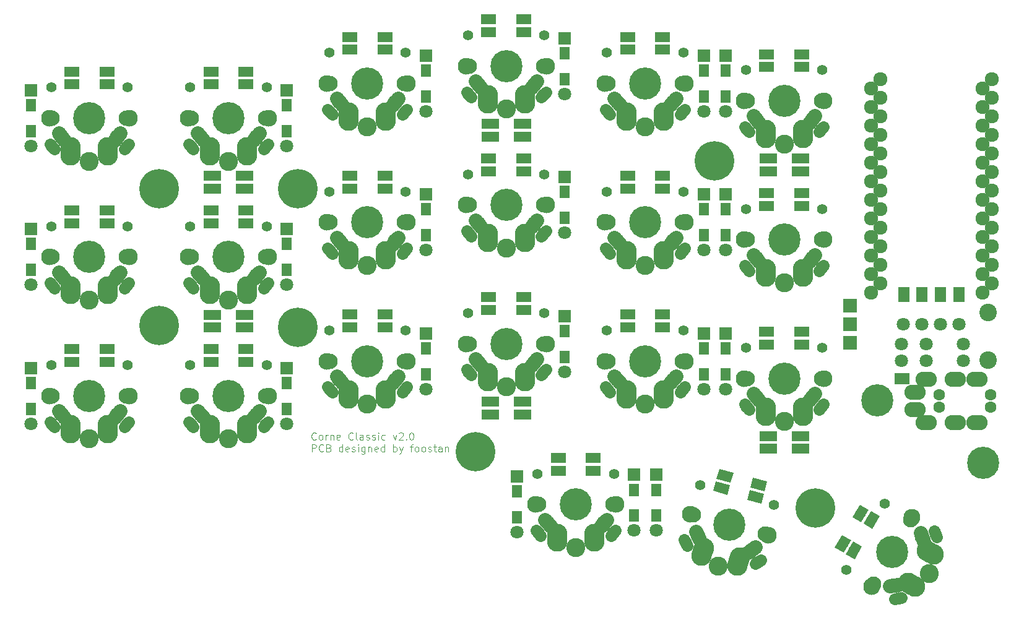
<source format=gbr>
G04 #@! TF.GenerationSoftware,KiCad,Pcbnew,(5.1.4)-1*
G04 #@! TF.CreationDate,2023-05-14T15:43:17-04:00*
G04 #@! TF.ProjectId,corne-classic,636f726e-652d-4636-9c61-737369632e6b,1.1*
G04 #@! TF.SameCoordinates,Original*
G04 #@! TF.FileFunction,Soldermask,Top*
G04 #@! TF.FilePolarity,Negative*
%FSLAX46Y46*%
G04 Gerber Fmt 4.6, Leading zero omitted, Abs format (unit mm)*
G04 Created by KiCad (PCBNEW (5.1.4)-1) date 2023-05-14 15:43:17*
%MOMM*%
%LPD*%
G04 APERTURE LIST*
%ADD10C,0.125000*%
%ADD11C,1.797000*%
%ADD12O,2.900000X2.100000*%
%ADD13C,1.600000*%
%ADD14R,1.035000X1.543000*%
%ADD15R,0.781000X0.781000*%
%ADD16R,2.400000X1.400000*%
%ADD17C,1.650000*%
%ADD18C,1.650000*%
%ADD19C,4.400000*%
%ADD20C,2.300000*%
%ADD21C,2.600000*%
%ADD22C,2.800000*%
%ADD23C,1.950000*%
%ADD24C,1.950000*%
%ADD25C,2.100000*%
%ADD26C,1.400000*%
%ADD27C,1.924000*%
%ADD28R,2.000000X1.400000*%
%ADD29C,0.100000*%
%ADD30R,1.350000X1.700000*%
%ADD31R,1.797000X1.797000*%
%ADD32R,1.543000X1.035000*%
%ADD33R,1.924000X1.924000*%
%ADD34C,5.400000*%
%ADD35C,2.400000*%
G04 APERTURE END LIST*
D10*
X100990773Y-121044642D02*
X100943154Y-121092261D01*
X100800297Y-121139880D01*
X100705059Y-121139880D01*
X100562202Y-121092261D01*
X100466964Y-120997023D01*
X100419345Y-120901785D01*
X100371726Y-120711309D01*
X100371726Y-120568452D01*
X100419345Y-120377976D01*
X100466964Y-120282738D01*
X100562202Y-120187500D01*
X100705059Y-120139880D01*
X100800297Y-120139880D01*
X100943154Y-120187500D01*
X100990773Y-120235119D01*
X101562202Y-121139880D02*
X101466964Y-121092261D01*
X101419345Y-121044642D01*
X101371726Y-120949404D01*
X101371726Y-120663690D01*
X101419345Y-120568452D01*
X101466964Y-120520833D01*
X101562202Y-120473214D01*
X101705059Y-120473214D01*
X101800297Y-120520833D01*
X101847916Y-120568452D01*
X101895535Y-120663690D01*
X101895535Y-120949404D01*
X101847916Y-121044642D01*
X101800297Y-121092261D01*
X101705059Y-121139880D01*
X101562202Y-121139880D01*
X102324107Y-121139880D02*
X102324107Y-120473214D01*
X102324107Y-120663690D02*
X102371726Y-120568452D01*
X102419345Y-120520833D01*
X102514583Y-120473214D01*
X102609821Y-120473214D01*
X102943154Y-120473214D02*
X102943154Y-121139880D01*
X102943154Y-120568452D02*
X102990773Y-120520833D01*
X103086011Y-120473214D01*
X103228869Y-120473214D01*
X103324107Y-120520833D01*
X103371726Y-120616071D01*
X103371726Y-121139880D01*
X104228869Y-121092261D02*
X104133630Y-121139880D01*
X103943154Y-121139880D01*
X103847916Y-121092261D01*
X103800297Y-120997023D01*
X103800297Y-120616071D01*
X103847916Y-120520833D01*
X103943154Y-120473214D01*
X104133630Y-120473214D01*
X104228869Y-120520833D01*
X104276488Y-120616071D01*
X104276488Y-120711309D01*
X103800297Y-120806547D01*
X106038392Y-121044642D02*
X105990773Y-121092261D01*
X105847916Y-121139880D01*
X105752678Y-121139880D01*
X105609821Y-121092261D01*
X105514583Y-120997023D01*
X105466964Y-120901785D01*
X105419345Y-120711309D01*
X105419345Y-120568452D01*
X105466964Y-120377976D01*
X105514583Y-120282738D01*
X105609821Y-120187500D01*
X105752678Y-120139880D01*
X105847916Y-120139880D01*
X105990773Y-120187500D01*
X106038392Y-120235119D01*
X106609821Y-121139880D02*
X106514583Y-121092261D01*
X106466964Y-120997023D01*
X106466964Y-120139880D01*
X107419345Y-121139880D02*
X107419345Y-120616071D01*
X107371726Y-120520833D01*
X107276488Y-120473214D01*
X107086011Y-120473214D01*
X106990773Y-120520833D01*
X107419345Y-121092261D02*
X107324107Y-121139880D01*
X107086011Y-121139880D01*
X106990773Y-121092261D01*
X106943154Y-120997023D01*
X106943154Y-120901785D01*
X106990773Y-120806547D01*
X107086011Y-120758928D01*
X107324107Y-120758928D01*
X107419345Y-120711309D01*
X107847916Y-121092261D02*
X107943154Y-121139880D01*
X108133630Y-121139880D01*
X108228869Y-121092261D01*
X108276488Y-120997023D01*
X108276488Y-120949404D01*
X108228869Y-120854166D01*
X108133630Y-120806547D01*
X107990773Y-120806547D01*
X107895535Y-120758928D01*
X107847916Y-120663690D01*
X107847916Y-120616071D01*
X107895535Y-120520833D01*
X107990773Y-120473214D01*
X108133630Y-120473214D01*
X108228869Y-120520833D01*
X108657440Y-121092261D02*
X108752678Y-121139880D01*
X108943154Y-121139880D01*
X109038392Y-121092261D01*
X109086011Y-120997023D01*
X109086011Y-120949404D01*
X109038392Y-120854166D01*
X108943154Y-120806547D01*
X108800297Y-120806547D01*
X108705059Y-120758928D01*
X108657440Y-120663690D01*
X108657440Y-120616071D01*
X108705059Y-120520833D01*
X108800297Y-120473214D01*
X108943154Y-120473214D01*
X109038392Y-120520833D01*
X109514583Y-121139880D02*
X109514583Y-120473214D01*
X109514583Y-120139880D02*
X109466964Y-120187500D01*
X109514583Y-120235119D01*
X109562202Y-120187500D01*
X109514583Y-120139880D01*
X109514583Y-120235119D01*
X110419345Y-121092261D02*
X110324107Y-121139880D01*
X110133630Y-121139880D01*
X110038392Y-121092261D01*
X109990773Y-121044642D01*
X109943154Y-120949404D01*
X109943154Y-120663690D01*
X109990773Y-120568452D01*
X110038392Y-120520833D01*
X110133630Y-120473214D01*
X110324107Y-120473214D01*
X110419345Y-120520833D01*
X111514583Y-120473214D02*
X111752678Y-121139880D01*
X111990773Y-120473214D01*
X112324107Y-120235119D02*
X112371726Y-120187500D01*
X112466964Y-120139880D01*
X112705059Y-120139880D01*
X112800297Y-120187500D01*
X112847916Y-120235119D01*
X112895535Y-120330357D01*
X112895535Y-120425595D01*
X112847916Y-120568452D01*
X112276488Y-121139880D01*
X112895535Y-121139880D01*
X113324107Y-121044642D02*
X113371726Y-121092261D01*
X113324107Y-121139880D01*
X113276488Y-121092261D01*
X113324107Y-121044642D01*
X113324107Y-121139880D01*
X113990773Y-120139880D02*
X114086011Y-120139880D01*
X114181250Y-120187500D01*
X114228869Y-120235119D01*
X114276488Y-120330357D01*
X114324107Y-120520833D01*
X114324107Y-120758928D01*
X114276488Y-120949404D01*
X114228869Y-121044642D01*
X114181250Y-121092261D01*
X114086011Y-121139880D01*
X113990773Y-121139880D01*
X113895535Y-121092261D01*
X113847916Y-121044642D01*
X113800297Y-120949404D01*
X113752678Y-120758928D01*
X113752678Y-120520833D01*
X113800297Y-120330357D01*
X113847916Y-120235119D01*
X113895535Y-120187500D01*
X113990773Y-120139880D01*
X100419345Y-122764880D02*
X100419345Y-121764880D01*
X100800297Y-121764880D01*
X100895535Y-121812500D01*
X100943154Y-121860119D01*
X100990773Y-121955357D01*
X100990773Y-122098214D01*
X100943154Y-122193452D01*
X100895535Y-122241071D01*
X100800297Y-122288690D01*
X100419345Y-122288690D01*
X101990773Y-122669642D02*
X101943154Y-122717261D01*
X101800297Y-122764880D01*
X101705059Y-122764880D01*
X101562202Y-122717261D01*
X101466964Y-122622023D01*
X101419345Y-122526785D01*
X101371726Y-122336309D01*
X101371726Y-122193452D01*
X101419345Y-122002976D01*
X101466964Y-121907738D01*
X101562202Y-121812500D01*
X101705059Y-121764880D01*
X101800297Y-121764880D01*
X101943154Y-121812500D01*
X101990773Y-121860119D01*
X102752678Y-122241071D02*
X102895535Y-122288690D01*
X102943154Y-122336309D01*
X102990773Y-122431547D01*
X102990773Y-122574404D01*
X102943154Y-122669642D01*
X102895535Y-122717261D01*
X102800297Y-122764880D01*
X102419345Y-122764880D01*
X102419345Y-121764880D01*
X102752678Y-121764880D01*
X102847916Y-121812500D01*
X102895535Y-121860119D01*
X102943154Y-121955357D01*
X102943154Y-122050595D01*
X102895535Y-122145833D01*
X102847916Y-122193452D01*
X102752678Y-122241071D01*
X102419345Y-122241071D01*
X104609821Y-122764880D02*
X104609821Y-121764880D01*
X104609821Y-122717261D02*
X104514583Y-122764880D01*
X104324107Y-122764880D01*
X104228869Y-122717261D01*
X104181250Y-122669642D01*
X104133630Y-122574404D01*
X104133630Y-122288690D01*
X104181250Y-122193452D01*
X104228869Y-122145833D01*
X104324107Y-122098214D01*
X104514583Y-122098214D01*
X104609821Y-122145833D01*
X105466964Y-122717261D02*
X105371726Y-122764880D01*
X105181250Y-122764880D01*
X105086011Y-122717261D01*
X105038392Y-122622023D01*
X105038392Y-122241071D01*
X105086011Y-122145833D01*
X105181250Y-122098214D01*
X105371726Y-122098214D01*
X105466964Y-122145833D01*
X105514583Y-122241071D01*
X105514583Y-122336309D01*
X105038392Y-122431547D01*
X105895535Y-122717261D02*
X105990773Y-122764880D01*
X106181250Y-122764880D01*
X106276488Y-122717261D01*
X106324107Y-122622023D01*
X106324107Y-122574404D01*
X106276488Y-122479166D01*
X106181250Y-122431547D01*
X106038392Y-122431547D01*
X105943154Y-122383928D01*
X105895535Y-122288690D01*
X105895535Y-122241071D01*
X105943154Y-122145833D01*
X106038392Y-122098214D01*
X106181250Y-122098214D01*
X106276488Y-122145833D01*
X106752678Y-122764880D02*
X106752678Y-122098214D01*
X106752678Y-121764880D02*
X106705059Y-121812500D01*
X106752678Y-121860119D01*
X106800297Y-121812500D01*
X106752678Y-121764880D01*
X106752678Y-121860119D01*
X107657440Y-122098214D02*
X107657440Y-122907738D01*
X107609821Y-123002976D01*
X107562202Y-123050595D01*
X107466964Y-123098214D01*
X107324107Y-123098214D01*
X107228869Y-123050595D01*
X107657440Y-122717261D02*
X107562202Y-122764880D01*
X107371726Y-122764880D01*
X107276488Y-122717261D01*
X107228869Y-122669642D01*
X107181250Y-122574404D01*
X107181250Y-122288690D01*
X107228869Y-122193452D01*
X107276488Y-122145833D01*
X107371726Y-122098214D01*
X107562202Y-122098214D01*
X107657440Y-122145833D01*
X108133630Y-122098214D02*
X108133630Y-122764880D01*
X108133630Y-122193452D02*
X108181250Y-122145833D01*
X108276488Y-122098214D01*
X108419345Y-122098214D01*
X108514583Y-122145833D01*
X108562202Y-122241071D01*
X108562202Y-122764880D01*
X109419345Y-122717261D02*
X109324107Y-122764880D01*
X109133630Y-122764880D01*
X109038392Y-122717261D01*
X108990773Y-122622023D01*
X108990773Y-122241071D01*
X109038392Y-122145833D01*
X109133630Y-122098214D01*
X109324107Y-122098214D01*
X109419345Y-122145833D01*
X109466964Y-122241071D01*
X109466964Y-122336309D01*
X108990773Y-122431547D01*
X110324107Y-122764880D02*
X110324107Y-121764880D01*
X110324107Y-122717261D02*
X110228869Y-122764880D01*
X110038392Y-122764880D01*
X109943154Y-122717261D01*
X109895535Y-122669642D01*
X109847916Y-122574404D01*
X109847916Y-122288690D01*
X109895535Y-122193452D01*
X109943154Y-122145833D01*
X110038392Y-122098214D01*
X110228869Y-122098214D01*
X110324107Y-122145833D01*
X111562202Y-122764880D02*
X111562202Y-121764880D01*
X111562202Y-122145833D02*
X111657440Y-122098214D01*
X111847916Y-122098214D01*
X111943154Y-122145833D01*
X111990773Y-122193452D01*
X112038392Y-122288690D01*
X112038392Y-122574404D01*
X111990773Y-122669642D01*
X111943154Y-122717261D01*
X111847916Y-122764880D01*
X111657440Y-122764880D01*
X111562202Y-122717261D01*
X112371726Y-122098214D02*
X112609821Y-122764880D01*
X112847916Y-122098214D02*
X112609821Y-122764880D01*
X112514583Y-123002976D01*
X112466964Y-123050595D01*
X112371726Y-123098214D01*
X113847916Y-122098214D02*
X114228869Y-122098214D01*
X113990773Y-122764880D02*
X113990773Y-121907738D01*
X114038392Y-121812500D01*
X114133630Y-121764880D01*
X114228869Y-121764880D01*
X114705059Y-122764880D02*
X114609821Y-122717261D01*
X114562202Y-122669642D01*
X114514583Y-122574404D01*
X114514583Y-122288690D01*
X114562202Y-122193452D01*
X114609821Y-122145833D01*
X114705059Y-122098214D01*
X114847916Y-122098214D01*
X114943154Y-122145833D01*
X114990773Y-122193452D01*
X115038392Y-122288690D01*
X115038392Y-122574404D01*
X114990773Y-122669642D01*
X114943154Y-122717261D01*
X114847916Y-122764880D01*
X114705059Y-122764880D01*
X115609821Y-122764880D02*
X115514583Y-122717261D01*
X115466964Y-122669642D01*
X115419345Y-122574404D01*
X115419345Y-122288690D01*
X115466964Y-122193452D01*
X115514583Y-122145833D01*
X115609821Y-122098214D01*
X115752678Y-122098214D01*
X115847916Y-122145833D01*
X115895535Y-122193452D01*
X115943154Y-122288690D01*
X115943154Y-122574404D01*
X115895535Y-122669642D01*
X115847916Y-122717261D01*
X115752678Y-122764880D01*
X115609821Y-122764880D01*
X116324107Y-122717261D02*
X116419345Y-122764880D01*
X116609821Y-122764880D01*
X116705059Y-122717261D01*
X116752678Y-122622023D01*
X116752678Y-122574404D01*
X116705059Y-122479166D01*
X116609821Y-122431547D01*
X116466964Y-122431547D01*
X116371726Y-122383928D01*
X116324107Y-122288690D01*
X116324107Y-122241071D01*
X116371726Y-122145833D01*
X116466964Y-122098214D01*
X116609821Y-122098214D01*
X116705059Y-122145833D01*
X117038392Y-122098214D02*
X117419345Y-122098214D01*
X117181250Y-121764880D02*
X117181250Y-122622023D01*
X117228869Y-122717261D01*
X117324107Y-122764880D01*
X117419345Y-122764880D01*
X118181250Y-122764880D02*
X118181250Y-122241071D01*
X118133630Y-122145833D01*
X118038392Y-122098214D01*
X117847916Y-122098214D01*
X117752678Y-122145833D01*
X118181250Y-122717261D02*
X118086011Y-122764880D01*
X117847916Y-122764880D01*
X117752678Y-122717261D01*
X117705059Y-122622023D01*
X117705059Y-122526785D01*
X117752678Y-122431547D01*
X117847916Y-122383928D01*
X118086011Y-122383928D01*
X118181250Y-122336309D01*
X118657440Y-122098214D02*
X118657440Y-122764880D01*
X118657440Y-122193452D02*
X118705059Y-122145833D01*
X118800297Y-122098214D01*
X118943154Y-122098214D01*
X119038392Y-122145833D01*
X119086011Y-122241071D01*
X119086011Y-122764880D01*
D11*
X188920000Y-105300000D03*
X186380000Y-105300000D03*
X183840000Y-105300000D03*
X181300000Y-105300000D03*
D12*
X182900000Y-114600000D03*
X184400000Y-118800000D03*
X188400000Y-118800000D03*
X191400000Y-118800000D03*
D13*
X186200000Y-116700000D03*
X193200000Y-116700000D03*
D12*
X188400000Y-112850000D03*
X191400000Y-112850000D03*
X182900000Y-117050000D03*
X184400000Y-112850000D03*
D13*
X193200000Y-114950000D03*
X186200000Y-114950000D03*
D14*
X180599620Y-112800000D03*
X181600380Y-112800000D03*
D15*
X181100000Y-112800000D03*
D16*
X162800000Y-122375000D03*
X162800000Y-120625000D03*
X167200000Y-122375000D03*
X167200000Y-120625000D03*
X167200000Y-82625000D03*
X167200000Y-84375000D03*
X162800000Y-82625000D03*
X162800000Y-84375000D03*
X129200000Y-77925000D03*
X129200000Y-79675000D03*
X124800000Y-77925000D03*
X124800000Y-79675000D03*
X91200000Y-85025000D03*
X91200000Y-86775000D03*
X86800000Y-85025000D03*
X86800000Y-86775000D03*
X86800000Y-105775000D03*
X86800000Y-104025000D03*
X91200000Y-105775000D03*
X91200000Y-104025000D03*
X124800000Y-117675000D03*
X124800000Y-115925000D03*
X129200000Y-117675000D03*
X129200000Y-115925000D03*
D17*
X180577499Y-142866730D03*
D18*
X181045283Y-142784247D02*
X180109715Y-142949213D01*
D19*
X179750000Y-136500000D03*
D20*
X182500000Y-131736860D03*
X177000000Y-141263140D03*
D17*
X185677499Y-134033270D03*
D18*
X185515039Y-133586916D02*
X185839959Y-134479624D01*
D21*
X184859550Y-139450000D03*
D22*
X182879409Y-141239705D03*
D23*
X183854705Y-134470443D03*
D24*
X183640942Y-133883135D02*
X184068468Y-135057751D01*
D22*
X185419409Y-136840295D03*
D23*
X180044705Y-141069557D03*
D24*
X180660210Y-140961027D02*
X179429200Y-141178087D01*
D22*
X182377114Y-140949705D03*
X181944102Y-140699705D03*
X184484102Y-136300295D03*
X184917113Y-136550295D03*
D25*
X177210000Y-140899409D03*
X182290000Y-132100591D03*
D26*
X173502693Y-138920653D03*
X178722693Y-129879347D03*
D27*
X192100000Y-73042000D03*
X192100000Y-75582000D03*
X192100000Y-78122000D03*
X192100000Y-80662000D03*
X192100000Y-83202000D03*
X192100000Y-85742000D03*
X192100000Y-88282000D03*
X192100000Y-90822000D03*
X192100000Y-93362000D03*
X192100000Y-95902000D03*
X192100000Y-98442000D03*
X192100000Y-100982000D03*
X176860000Y-100982000D03*
X176860000Y-98442000D03*
X176860000Y-95902000D03*
X176860000Y-93362000D03*
X176860000Y-90822000D03*
X176860000Y-88282000D03*
X176860000Y-85742000D03*
X176860000Y-83202000D03*
X176860000Y-80662000D03*
X176860000Y-78122000D03*
X176860000Y-75582000D03*
X176860000Y-73042000D03*
X193406400Y-71772000D03*
X193406400Y-74312000D03*
X193406400Y-76852000D03*
X193406400Y-79392000D03*
X193406400Y-81932000D03*
X193406400Y-84472000D03*
X193406400Y-87012000D03*
X193406400Y-89552000D03*
X193406400Y-92092000D03*
X193406400Y-94632000D03*
X193406400Y-97172000D03*
X193406400Y-99712000D03*
X178186400Y-99712000D03*
X178186400Y-97172000D03*
X178186400Y-94632000D03*
X178186400Y-92092000D03*
X178186400Y-89552000D03*
X178186400Y-87012000D03*
X178186400Y-84472000D03*
X178186400Y-81932000D03*
X178186400Y-79392000D03*
X178186400Y-76852000D03*
X178186400Y-74312000D03*
X178186400Y-71772000D03*
D28*
X67600000Y-70750000D03*
X67600000Y-72500000D03*
X72400000Y-70750000D03*
X72400000Y-72500000D03*
X86600000Y-70750000D03*
X86600000Y-72500000D03*
X91400000Y-70750000D03*
X91400000Y-72500000D03*
X105600000Y-66000000D03*
X105600000Y-67750000D03*
X110400000Y-66000000D03*
X110400000Y-67750000D03*
X124600000Y-63625000D03*
X124600000Y-65375000D03*
X129400000Y-63625000D03*
X129400000Y-65375000D03*
X143600000Y-66000000D03*
X143600000Y-67750000D03*
X148400000Y-66000000D03*
X148400000Y-67750000D03*
X162600000Y-68375000D03*
X162600000Y-70125000D03*
X167400000Y-68375000D03*
X167400000Y-70125000D03*
X67600000Y-89750000D03*
X67600000Y-91500000D03*
X72400000Y-89750000D03*
X72400000Y-91500000D03*
X86600000Y-89750000D03*
X86600000Y-91500000D03*
X91400000Y-89750000D03*
X91400000Y-91500000D03*
X105600000Y-85000000D03*
X105600000Y-86750000D03*
X110400000Y-85000000D03*
X110400000Y-86750000D03*
X124600000Y-82625000D03*
X124600000Y-84375000D03*
X129400000Y-82625000D03*
X129400000Y-84375000D03*
X143600000Y-85000000D03*
X143600000Y-86750000D03*
X148400000Y-85000000D03*
X148400000Y-86750000D03*
X162600000Y-87375000D03*
X162600000Y-89125000D03*
X167400000Y-87375000D03*
X167400000Y-89125000D03*
X67600000Y-108750000D03*
X67600000Y-110500000D03*
X72400000Y-108750000D03*
X72400000Y-110500000D03*
X86600000Y-108750000D03*
X86600000Y-110500000D03*
X91400000Y-108750000D03*
X91400000Y-110500000D03*
X105600000Y-104000000D03*
X105600000Y-105750000D03*
X110400000Y-104000000D03*
X110400000Y-105750000D03*
X124600000Y-101625000D03*
X124600000Y-103375000D03*
X129400000Y-101625000D03*
X129400000Y-103375000D03*
X143600000Y-104000000D03*
X143600000Y-105750000D03*
X148400000Y-104000000D03*
X148400000Y-105750000D03*
X162600000Y-106375000D03*
X162600000Y-108125000D03*
X167400000Y-106375000D03*
X167400000Y-108125000D03*
X134100000Y-123625000D03*
X134100000Y-125375000D03*
X138900000Y-123625000D03*
X138900000Y-125375000D03*
D26*
X156908245Y-126033649D03*
D29*
G36*
X155761146Y-126450978D02*
G01*
X156123493Y-125098682D01*
X158055344Y-125616320D01*
X157692997Y-126968616D01*
X155761146Y-126450978D01*
X155761146Y-126450978D01*
G37*
D26*
X156455311Y-127724019D03*
D29*
G36*
X155308212Y-128141348D02*
G01*
X155670559Y-126789052D01*
X157602410Y-127306690D01*
X157240063Y-128658986D01*
X155308212Y-128141348D01*
X155308212Y-128141348D01*
G37*
D26*
X161544689Y-127275981D03*
D29*
G36*
X160397590Y-127693310D02*
G01*
X160759937Y-126341014D01*
X162691788Y-126858652D01*
X162329441Y-128210948D01*
X160397590Y-127693310D01*
X160397590Y-127693310D01*
G37*
D26*
X161091755Y-128966351D03*
D29*
G36*
X159944656Y-129383680D02*
G01*
X160307003Y-128031384D01*
X162238854Y-128549022D01*
X161876507Y-129901318D01*
X159944656Y-129383680D01*
X159944656Y-129383680D01*
G37*
D26*
X176957772Y-132109039D03*
D29*
G36*
X176851554Y-130893014D02*
G01*
X178063990Y-131593014D01*
X177063990Y-133325064D01*
X175851554Y-132625064D01*
X176851554Y-130893014D01*
X176851554Y-130893014D01*
G37*
D26*
X175442228Y-131234039D03*
D29*
G36*
X175336010Y-130018014D02*
G01*
X176548446Y-130718014D01*
X175548446Y-132450064D01*
X174336010Y-131750064D01*
X175336010Y-130018014D01*
X175336010Y-130018014D01*
G37*
D26*
X174557772Y-136265961D03*
D29*
G36*
X174451554Y-135049936D02*
G01*
X175663990Y-135749936D01*
X174663990Y-137481986D01*
X173451554Y-136781986D01*
X174451554Y-135049936D01*
X174451554Y-135049936D01*
G37*
D26*
X173042228Y-135390961D03*
D29*
G36*
X172936010Y-134174936D02*
G01*
X174148446Y-134874936D01*
X173148446Y-136606986D01*
X171936010Y-135906986D01*
X172936010Y-134174936D01*
X172936010Y-134174936D01*
G37*
D30*
X62000000Y-78900000D03*
D11*
X62000000Y-80935000D03*
D31*
X62000000Y-73315000D03*
D30*
X62000000Y-75350000D03*
X97000000Y-78900000D03*
D11*
X97000000Y-80935000D03*
D31*
X97000000Y-73315000D03*
D30*
X97000000Y-75350000D03*
X116000000Y-74150000D03*
D11*
X116000000Y-76185000D03*
D31*
X116000000Y-68565000D03*
D30*
X116000000Y-70600000D03*
X135000000Y-71775000D03*
D11*
X135000000Y-73810000D03*
D31*
X135000000Y-66190000D03*
D30*
X135000000Y-68225000D03*
X154000000Y-74150000D03*
D11*
X154000000Y-76185000D03*
D31*
X154000000Y-68565000D03*
D30*
X154000000Y-70600000D03*
X157000000Y-74150000D03*
D11*
X157000000Y-76185000D03*
D31*
X157000000Y-68565000D03*
D30*
X157000000Y-70600000D03*
X62000000Y-97900000D03*
D11*
X62000000Y-99935000D03*
D31*
X62000000Y-92315000D03*
D30*
X62000000Y-94350000D03*
X97000000Y-97900000D03*
D11*
X97000000Y-99935000D03*
D31*
X97000000Y-92315000D03*
D30*
X97000000Y-94350000D03*
X116000000Y-93150000D03*
D11*
X116000000Y-95185000D03*
D31*
X116000000Y-87565000D03*
D30*
X116000000Y-89600000D03*
X135000000Y-90775000D03*
D11*
X135000000Y-92810000D03*
D31*
X135000000Y-85190000D03*
D30*
X135000000Y-87225000D03*
X154000000Y-93150000D03*
D11*
X154000000Y-95185000D03*
D31*
X154000000Y-87565000D03*
D30*
X154000000Y-89600000D03*
X157000000Y-93150000D03*
D11*
X157000000Y-95185000D03*
D31*
X157000000Y-87565000D03*
D30*
X157000000Y-89600000D03*
X62000000Y-116900000D03*
D11*
X62000000Y-118935000D03*
D31*
X62000000Y-111315000D03*
D30*
X62000000Y-113350000D03*
X97000000Y-116900000D03*
D11*
X97000000Y-118935000D03*
D31*
X97000000Y-111315000D03*
D30*
X97000000Y-113350000D03*
X116000000Y-112150000D03*
D11*
X116000000Y-114185000D03*
D31*
X116000000Y-106565000D03*
D30*
X116000000Y-108600000D03*
X135000000Y-109775000D03*
D11*
X135000000Y-111810000D03*
D31*
X135000000Y-104190000D03*
D30*
X135000000Y-106225000D03*
X157000000Y-112150000D03*
D11*
X157000000Y-114185000D03*
D31*
X157000000Y-106565000D03*
D30*
X157000000Y-108600000D03*
X128500000Y-131775000D03*
D11*
X128500000Y-133810000D03*
D31*
X128500000Y-126190000D03*
D30*
X128500000Y-128225000D03*
X144500000Y-131525000D03*
D11*
X144500000Y-133560000D03*
D31*
X144500000Y-125940000D03*
D30*
X144500000Y-127975000D03*
X147500000Y-131525000D03*
D11*
X147500000Y-133560000D03*
D31*
X147500000Y-125940000D03*
D30*
X147500000Y-127975000D03*
X154000000Y-112150000D03*
D11*
X154000000Y-114185000D03*
D31*
X154000000Y-106565000D03*
D30*
X154000000Y-108600000D03*
D26*
X75220000Y-72925000D03*
X64780000Y-72925000D03*
D25*
X75080000Y-77125000D03*
X64920000Y-77125000D03*
D22*
X72540000Y-81625000D03*
X72540000Y-81125000D03*
X67460000Y-81125000D03*
X67460000Y-81625000D03*
D23*
X66190000Y-79665000D03*
D24*
X66591742Y-80143778D02*
X65788258Y-79186222D01*
D22*
X72540000Y-82205000D03*
D23*
X73810000Y-79665000D03*
D24*
X74211742Y-79186222D02*
X73408258Y-80143778D01*
D22*
X67460000Y-82205000D03*
D21*
X70000000Y-83025000D03*
D17*
X75100000Y-81025000D03*
D18*
X75405324Y-80661129D02*
X74794676Y-81388871D01*
D20*
X64500000Y-77125000D03*
X75500000Y-77125000D03*
D19*
X70000000Y-77125000D03*
D17*
X64900000Y-81025000D03*
D18*
X65205324Y-81388871D02*
X64594676Y-80661129D01*
D26*
X94220000Y-72925000D03*
X83780000Y-72925000D03*
D25*
X94080000Y-77125000D03*
X83920000Y-77125000D03*
D22*
X91540000Y-81625000D03*
X91540000Y-81125000D03*
X86460000Y-81125000D03*
X86460000Y-81625000D03*
D23*
X85190000Y-79665000D03*
D24*
X85591742Y-80143778D02*
X84788258Y-79186222D01*
D22*
X91540000Y-82205000D03*
D23*
X92810000Y-79665000D03*
D24*
X93211742Y-79186222D02*
X92408258Y-80143778D01*
D22*
X86460000Y-82205000D03*
D21*
X89000000Y-83025000D03*
D17*
X94100000Y-81025000D03*
D18*
X94405324Y-80661129D02*
X93794676Y-81388871D01*
D20*
X83500000Y-77125000D03*
X94500000Y-77125000D03*
D19*
X89000000Y-77125000D03*
D17*
X83900000Y-81025000D03*
D18*
X84205324Y-81388871D02*
X83594676Y-80661129D01*
D26*
X113220000Y-68175000D03*
X102780000Y-68175000D03*
D25*
X113080000Y-72375000D03*
X102920000Y-72375000D03*
D22*
X110540000Y-76875000D03*
X110540000Y-76375000D03*
X105460000Y-76375000D03*
X105460000Y-76875000D03*
D23*
X104190000Y-74915000D03*
D24*
X104591742Y-75393778D02*
X103788258Y-74436222D01*
D22*
X110540000Y-77455000D03*
D23*
X111810000Y-74915000D03*
D24*
X112211742Y-74436222D02*
X111408258Y-75393778D01*
D22*
X105460000Y-77455000D03*
D21*
X108000000Y-78275000D03*
D17*
X113100000Y-76275000D03*
D18*
X113405324Y-75911129D02*
X112794676Y-76638871D01*
D20*
X102500000Y-72375000D03*
X113500000Y-72375000D03*
D19*
X108000000Y-72375000D03*
D17*
X102900000Y-76275000D03*
D18*
X103205324Y-76638871D02*
X102594676Y-75911129D01*
D26*
X132220000Y-65800000D03*
X121780000Y-65800000D03*
D25*
X132080000Y-70000000D03*
X121920000Y-70000000D03*
D22*
X129540000Y-74500000D03*
X129540000Y-74000000D03*
X124460000Y-74000000D03*
X124460000Y-74500000D03*
D23*
X123190000Y-72540000D03*
D24*
X123591742Y-73018778D02*
X122788258Y-72061222D01*
D22*
X129540000Y-75080000D03*
D23*
X130810000Y-72540000D03*
D24*
X131211742Y-72061222D02*
X130408258Y-73018778D01*
D22*
X124460000Y-75080000D03*
D21*
X127000000Y-75900000D03*
D17*
X132100000Y-73900000D03*
D18*
X132405324Y-73536129D02*
X131794676Y-74263871D01*
D20*
X121500000Y-70000000D03*
X132500000Y-70000000D03*
D19*
X127000000Y-70000000D03*
D17*
X121900000Y-73900000D03*
D18*
X122205324Y-74263871D02*
X121594676Y-73536129D01*
D26*
X151220000Y-68175000D03*
X140780000Y-68175000D03*
D25*
X151080000Y-72375000D03*
X140920000Y-72375000D03*
D22*
X148540000Y-76875000D03*
X148540000Y-76375000D03*
X143460000Y-76375000D03*
X143460000Y-76875000D03*
D23*
X142190000Y-74915000D03*
D24*
X142591742Y-75393778D02*
X141788258Y-74436222D01*
D22*
X148540000Y-77455000D03*
D23*
X149810000Y-74915000D03*
D24*
X150211742Y-74436222D02*
X149408258Y-75393778D01*
D22*
X143460000Y-77455000D03*
D21*
X146000000Y-78275000D03*
D17*
X151100000Y-76275000D03*
D18*
X151405324Y-75911129D02*
X150794676Y-76638871D01*
D20*
X140500000Y-72375000D03*
X151500000Y-72375000D03*
D19*
X146000000Y-72375000D03*
D17*
X140900000Y-76275000D03*
D18*
X141205324Y-76638871D02*
X140594676Y-75911129D01*
D26*
X170220000Y-70550000D03*
X159780000Y-70550000D03*
D25*
X170080000Y-74750000D03*
X159920000Y-74750000D03*
D22*
X167540000Y-79250000D03*
X167540000Y-78750000D03*
X162460000Y-78750000D03*
X162460000Y-79250000D03*
D23*
X161190000Y-77290000D03*
D24*
X161591742Y-77768778D02*
X160788258Y-76811222D01*
D22*
X167540000Y-79830000D03*
D23*
X168810000Y-77290000D03*
D24*
X169211742Y-76811222D02*
X168408258Y-77768778D01*
D22*
X162460000Y-79830000D03*
D21*
X165000000Y-80650000D03*
D17*
X170100000Y-78650000D03*
D18*
X170405324Y-78286129D02*
X169794676Y-79013871D01*
D20*
X159500000Y-74750000D03*
X170500000Y-74750000D03*
D19*
X165000000Y-74750000D03*
D17*
X159900000Y-78650000D03*
D18*
X160205324Y-79013871D02*
X159594676Y-78286129D01*
D26*
X75220000Y-91925000D03*
X64780000Y-91925000D03*
D25*
X75080000Y-96125000D03*
X64920000Y-96125000D03*
D22*
X72540000Y-100625000D03*
X72540000Y-100125000D03*
X67460000Y-100125000D03*
X67460000Y-100625000D03*
D23*
X66190000Y-98665000D03*
D24*
X66591742Y-99143778D02*
X65788258Y-98186222D01*
D22*
X72540000Y-101205000D03*
D23*
X73810000Y-98665000D03*
D24*
X74211742Y-98186222D02*
X73408258Y-99143778D01*
D22*
X67460000Y-101205000D03*
D21*
X70000000Y-102025000D03*
D17*
X75100000Y-100025000D03*
D18*
X75405324Y-99661129D02*
X74794676Y-100388871D01*
D20*
X64500000Y-96125000D03*
X75500000Y-96125000D03*
D19*
X70000000Y-96125000D03*
D17*
X64900000Y-100025000D03*
D18*
X65205324Y-100388871D02*
X64594676Y-99661129D01*
D26*
X94220000Y-91925000D03*
X83780000Y-91925000D03*
D25*
X94080000Y-96125000D03*
X83920000Y-96125000D03*
D22*
X91540000Y-100625000D03*
X91540000Y-100125000D03*
X86460000Y-100125000D03*
X86460000Y-100625000D03*
D23*
X85190000Y-98665000D03*
D24*
X85591742Y-99143778D02*
X84788258Y-98186222D01*
D22*
X91540000Y-101205000D03*
D23*
X92810000Y-98665000D03*
D24*
X93211742Y-98186222D02*
X92408258Y-99143778D01*
D22*
X86460000Y-101205000D03*
D21*
X89000000Y-102025000D03*
D17*
X94100000Y-100025000D03*
D18*
X94405324Y-99661129D02*
X93794676Y-100388871D01*
D20*
X83500000Y-96125000D03*
X94500000Y-96125000D03*
D19*
X89000000Y-96125000D03*
D17*
X83900000Y-100025000D03*
D18*
X84205324Y-100388871D02*
X83594676Y-99661129D01*
D26*
X113220000Y-87175000D03*
X102780000Y-87175000D03*
D25*
X113080000Y-91375000D03*
X102920000Y-91375000D03*
D22*
X110540000Y-95875000D03*
X110540000Y-95375000D03*
X105460000Y-95375000D03*
X105460000Y-95875000D03*
D23*
X104190000Y-93915000D03*
D24*
X104591742Y-94393778D02*
X103788258Y-93436222D01*
D22*
X110540000Y-96455000D03*
D23*
X111810000Y-93915000D03*
D24*
X112211742Y-93436222D02*
X111408258Y-94393778D01*
D22*
X105460000Y-96455000D03*
D21*
X108000000Y-97275000D03*
D17*
X113100000Y-95275000D03*
D18*
X113405324Y-94911129D02*
X112794676Y-95638871D01*
D20*
X102500000Y-91375000D03*
X113500000Y-91375000D03*
D19*
X108000000Y-91375000D03*
D17*
X102900000Y-95275000D03*
D18*
X103205324Y-95638871D02*
X102594676Y-94911129D01*
D26*
X132220000Y-84800000D03*
X121780000Y-84800000D03*
D25*
X132080000Y-89000000D03*
X121920000Y-89000000D03*
D22*
X129540000Y-93500000D03*
X129540000Y-93000000D03*
X124460000Y-93000000D03*
X124460000Y-93500000D03*
D23*
X123190000Y-91540000D03*
D24*
X123591742Y-92018778D02*
X122788258Y-91061222D01*
D22*
X129540000Y-94080000D03*
D23*
X130810000Y-91540000D03*
D24*
X131211742Y-91061222D02*
X130408258Y-92018778D01*
D22*
X124460000Y-94080000D03*
D21*
X127000000Y-94900000D03*
D17*
X132100000Y-92900000D03*
D18*
X132405324Y-92536129D02*
X131794676Y-93263871D01*
D20*
X121500000Y-89000000D03*
X132500000Y-89000000D03*
D19*
X127000000Y-89000000D03*
D17*
X121900000Y-92900000D03*
D18*
X122205324Y-93263871D02*
X121594676Y-92536129D01*
D26*
X151220000Y-87175000D03*
X140780000Y-87175000D03*
D25*
X151080000Y-91375000D03*
X140920000Y-91375000D03*
D22*
X148540000Y-95875000D03*
X148540000Y-95375000D03*
X143460000Y-95375000D03*
X143460000Y-95875000D03*
D23*
X142190000Y-93915000D03*
D24*
X142591742Y-94393778D02*
X141788258Y-93436222D01*
D22*
X148540000Y-96455000D03*
D23*
X149810000Y-93915000D03*
D24*
X150211742Y-93436222D02*
X149408258Y-94393778D01*
D22*
X143460000Y-96455000D03*
D21*
X146000000Y-97275000D03*
D17*
X151100000Y-95275000D03*
D18*
X151405324Y-94911129D02*
X150794676Y-95638871D01*
D20*
X140500000Y-91375000D03*
X151500000Y-91375000D03*
D19*
X146000000Y-91375000D03*
D17*
X140900000Y-95275000D03*
D18*
X141205324Y-95638871D02*
X140594676Y-94911129D01*
D26*
X170220000Y-89550000D03*
X159780000Y-89550000D03*
D25*
X170080000Y-93750000D03*
X159920000Y-93750000D03*
D22*
X167540000Y-98250000D03*
X167540000Y-97750000D03*
X162460000Y-97750000D03*
X162460000Y-98250000D03*
D23*
X161190000Y-96290000D03*
D24*
X161591742Y-96768778D02*
X160788258Y-95811222D01*
D22*
X167540000Y-98830000D03*
D23*
X168810000Y-96290000D03*
D24*
X169211742Y-95811222D02*
X168408258Y-96768778D01*
D22*
X162460000Y-98830000D03*
D21*
X165000000Y-99650000D03*
D17*
X170100000Y-97650000D03*
D18*
X170405324Y-97286129D02*
X169794676Y-98013871D01*
D20*
X159500000Y-93750000D03*
X170500000Y-93750000D03*
D19*
X165000000Y-93750000D03*
D17*
X159900000Y-97650000D03*
D18*
X160205324Y-98013871D02*
X159594676Y-97286129D01*
D26*
X75220000Y-110925000D03*
X64780000Y-110925000D03*
D25*
X75080000Y-115125000D03*
X64920000Y-115125000D03*
D22*
X72540000Y-119625000D03*
X72540000Y-119125000D03*
X67460000Y-119125000D03*
X67460000Y-119625000D03*
D23*
X66190000Y-117665000D03*
D24*
X66591742Y-118143778D02*
X65788258Y-117186222D01*
D22*
X72540000Y-120205000D03*
D23*
X73810000Y-117665000D03*
D24*
X74211742Y-117186222D02*
X73408258Y-118143778D01*
D22*
X67460000Y-120205000D03*
D21*
X70000000Y-121025000D03*
D17*
X75100000Y-119025000D03*
D18*
X75405324Y-118661129D02*
X74794676Y-119388871D01*
D20*
X64500000Y-115125000D03*
X75500000Y-115125000D03*
D19*
X70000000Y-115125000D03*
D17*
X64900000Y-119025000D03*
D18*
X65205324Y-119388871D02*
X64594676Y-118661129D01*
D26*
X94220000Y-110925000D03*
X83780000Y-110925000D03*
D25*
X94080000Y-115125000D03*
X83920000Y-115125000D03*
D22*
X91540000Y-119625000D03*
X91540000Y-119125000D03*
X86460000Y-119125000D03*
X86460000Y-119625000D03*
D23*
X85190000Y-117665000D03*
D24*
X85591742Y-118143778D02*
X84788258Y-117186222D01*
D22*
X91540000Y-120205000D03*
D23*
X92810000Y-117665000D03*
D24*
X93211742Y-117186222D02*
X92408258Y-118143778D01*
D22*
X86460000Y-120205000D03*
D21*
X89000000Y-121025000D03*
D17*
X94100000Y-119025000D03*
D18*
X94405324Y-118661129D02*
X93794676Y-119388871D01*
D20*
X83500000Y-115125000D03*
X94500000Y-115125000D03*
D19*
X89000000Y-115125000D03*
D17*
X83900000Y-119025000D03*
D18*
X84205324Y-119388871D02*
X83594676Y-118661129D01*
D26*
X113220000Y-106175000D03*
X102780000Y-106175000D03*
D25*
X113080000Y-110375000D03*
X102920000Y-110375000D03*
D22*
X110540000Y-114875000D03*
X110540000Y-114375000D03*
X105460000Y-114375000D03*
X105460000Y-114875000D03*
D23*
X104190000Y-112915000D03*
D24*
X104591742Y-113393778D02*
X103788258Y-112436222D01*
D22*
X110540000Y-115455000D03*
D23*
X111810000Y-112915000D03*
D24*
X112211742Y-112436222D02*
X111408258Y-113393778D01*
D22*
X105460000Y-115455000D03*
D21*
X108000000Y-116275000D03*
D17*
X113100000Y-114275000D03*
D18*
X113405324Y-113911129D02*
X112794676Y-114638871D01*
D20*
X102500000Y-110375000D03*
X113500000Y-110375000D03*
D19*
X108000000Y-110375000D03*
D17*
X102900000Y-114275000D03*
D18*
X103205324Y-114638871D02*
X102594676Y-113911129D01*
D26*
X151220000Y-106175000D03*
X140780000Y-106175000D03*
D25*
X151080000Y-110375000D03*
X140920000Y-110375000D03*
D22*
X148540000Y-114875000D03*
X148540000Y-114375000D03*
X143460000Y-114375000D03*
X143460000Y-114875000D03*
D23*
X142190000Y-112915000D03*
D24*
X142591742Y-113393778D02*
X141788258Y-112436222D01*
D22*
X148540000Y-115455000D03*
D23*
X149810000Y-112915000D03*
D24*
X150211742Y-112436222D02*
X149408258Y-113393778D01*
D22*
X143460000Y-115455000D03*
D21*
X146000000Y-116275000D03*
D17*
X151100000Y-114275000D03*
D18*
X151405324Y-113911129D02*
X150794676Y-114638871D01*
D20*
X140500000Y-110375000D03*
X151500000Y-110375000D03*
D19*
X146000000Y-110375000D03*
D17*
X140900000Y-114275000D03*
D18*
X141205324Y-114638871D02*
X140594676Y-113911129D01*
D26*
X170220000Y-108550000D03*
X159780000Y-108550000D03*
D25*
X170080000Y-112750000D03*
X159920000Y-112750000D03*
D22*
X167540000Y-117250000D03*
X167540000Y-116750000D03*
X162460000Y-116750000D03*
X162460000Y-117250000D03*
D23*
X161190000Y-115290000D03*
D24*
X161591742Y-115768778D02*
X160788258Y-114811222D01*
D22*
X167540000Y-117830000D03*
D23*
X168810000Y-115290000D03*
D24*
X169211742Y-114811222D02*
X168408258Y-115768778D01*
D22*
X162460000Y-117830000D03*
D21*
X165000000Y-118650000D03*
D17*
X170100000Y-116650000D03*
D18*
X170405324Y-116286129D02*
X169794676Y-117013871D01*
D20*
X159500000Y-112750000D03*
X170500000Y-112750000D03*
D19*
X165000000Y-112750000D03*
D17*
X159900000Y-116650000D03*
D18*
X160205324Y-117013871D02*
X159594676Y-116286129D01*
D26*
X141720000Y-125800000D03*
X131280000Y-125800000D03*
D25*
X141580000Y-130000000D03*
X131420000Y-130000000D03*
D22*
X139040000Y-134500000D03*
X139040000Y-134000000D03*
X133960000Y-134000000D03*
X133960000Y-134500000D03*
D23*
X132690000Y-132540000D03*
D24*
X133091742Y-133018778D02*
X132288258Y-132061222D01*
D22*
X139040000Y-135080000D03*
D23*
X140310000Y-132540000D03*
D24*
X140711742Y-132061222D02*
X139908258Y-133018778D01*
D22*
X133960000Y-135080000D03*
D21*
X136500000Y-135900000D03*
D17*
X141600000Y-133900000D03*
D18*
X141905324Y-133536129D02*
X141294676Y-134263871D01*
D20*
X131000000Y-130000000D03*
X142000000Y-130000000D03*
D19*
X136500000Y-130000000D03*
D17*
X131400000Y-133900000D03*
D18*
X131705324Y-134263871D02*
X131094676Y-133536129D01*
D26*
X163629173Y-130044147D03*
X153544907Y-127342076D03*
D25*
X162406903Y-134064801D03*
X152593097Y-131435199D03*
D22*
X158788766Y-137754067D03*
X158918175Y-137271104D03*
X154011272Y-135956303D03*
X153881863Y-136439266D03*
D23*
X153162422Y-134217351D03*
D24*
X153426558Y-134783793D02*
X152898286Y-133650909D01*
D22*
X158638651Y-138314304D03*
D23*
X160522777Y-136189552D03*
D24*
X161034747Y-135831067D02*
X160010807Y-136548037D01*
D22*
X153731748Y-136999503D03*
D21*
X155972968Y-138448962D03*
D17*
X161416827Y-137837088D03*
D18*
X161805924Y-137564639D02*
X161027730Y-138109537D01*
D20*
X152187408Y-131326495D03*
X162812592Y-134173505D03*
D19*
X157500000Y-132750000D03*
D17*
X151564384Y-135197134D03*
D18*
X151765128Y-135627630D02*
X151363640Y-134766638D01*
D26*
X132220000Y-103800000D03*
X121780000Y-103800000D03*
D25*
X132080000Y-108000000D03*
X121920000Y-108000000D03*
D22*
X129540000Y-112500000D03*
X129540000Y-112000000D03*
X124460000Y-112000000D03*
X124460000Y-112500000D03*
D23*
X123190000Y-110540000D03*
D24*
X123591742Y-111018778D02*
X122788258Y-110061222D01*
D22*
X129540000Y-113080000D03*
D23*
X130810000Y-110540000D03*
D24*
X131211742Y-110061222D02*
X130408258Y-111018778D01*
D22*
X124460000Y-113080000D03*
D21*
X127000000Y-113900000D03*
D17*
X132100000Y-111900000D03*
D18*
X132405324Y-111536129D02*
X131794676Y-112263871D01*
D20*
X121500000Y-108000000D03*
X132500000Y-108000000D03*
D19*
X127000000Y-108000000D03*
D17*
X121900000Y-111900000D03*
D18*
X122205324Y-112263871D02*
X121594676Y-111536129D01*
D11*
X189540000Y-108000000D03*
X184460000Y-108000000D03*
X189540000Y-110300000D03*
X184460000Y-110300000D03*
D32*
X188875000Y-100749620D03*
X188875000Y-101750380D03*
X186375000Y-100749620D03*
X186375000Y-101750380D03*
X183875000Y-100749620D03*
X183875000Y-101750380D03*
X181375000Y-100749620D03*
X181375000Y-101750380D03*
D33*
X174000000Y-102820000D03*
X174000000Y-105360000D03*
X174000000Y-107900000D03*
D34*
X79500000Y-105500000D03*
D19*
X177750000Y-115750000D03*
X192250000Y-124250000D03*
D34*
X79500000Y-86750000D03*
X98500000Y-86750000D03*
X98500000Y-105750000D03*
X155500000Y-83000000D03*
X122750000Y-122750000D03*
X169250000Y-130500000D03*
D11*
X181000000Y-108000000D03*
X181000000Y-110300000D03*
D35*
X192900000Y-103750000D03*
X192900000Y-110250000D03*
M02*

</source>
